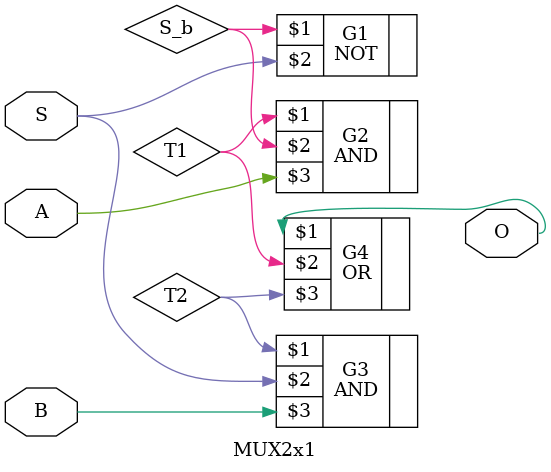
<source format=v>
module MUX2x1(O, A, B, S);
    output O;
    input A, B, S;
    wire S_b, T1, T2;

    NOT G1(S_b, S);
    AND G2(T1, S_b, A);
    AND G3(T2, S, B);
    OR G4(O, T1, T2);

endmodule

</source>
